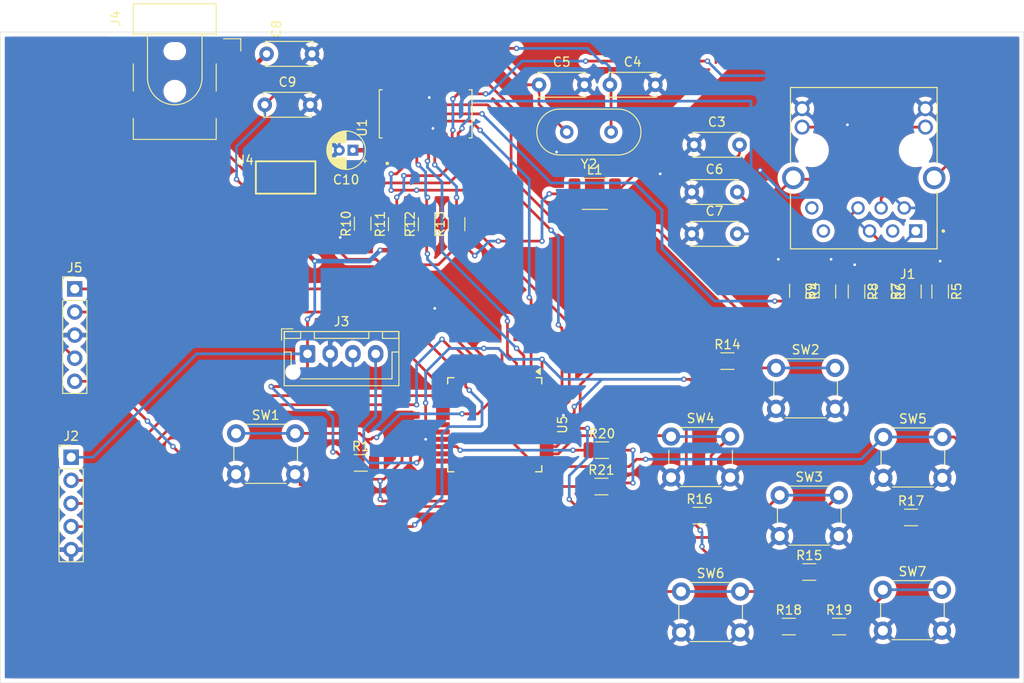
<source format=kicad_pcb>
(kicad_pcb (version 20240108) (generator "pcbnew") (generator_version "8.0")
  (layers (0 "F.Cu" signal) (31 "B.Cu" signal) (34 "B.Paste" user) (35 "F.Paste" user) (36 "B.SilkS" user "B.Silkscreen") (37 "F.SilkS" user "F.Silkscreen") (38 "B.Mask" user) (39 "F.Mask" user) (44 "Edge.Cuts" user))
  (net 0 "")
  (net 1 "GND")
  (net 2 "TCT")
  (net 3 "OSC2")
  (net 4 "OSC1")
  (net 5 "Net-(C7-Pad2)")
  (net 6 "6V")
  (net 7 "3.3V")
  (net 8 "Net-(U1-VCAP)")
  (net 9 "RCT")
  (net 10 "TDP")
  (net 11 "RDP")
  (net 14 "Net-(J1-Pad13)")
  (net 15 "RDN")
  (net 16 "Net-(J1-Pad11)")
  (net 17 "TDN")
  (net 18 "RXD")
  (net 19 "TXD")
  (net 20 "Reset_Lora")
  (net 21 "SCL")
  (net 22 "SDA")
  (net 23 "TXD_2")
  (net 24 "EN")
  (net 25 "RXD_2")
  (net 26 "boton")
  (net 27 "A")
  (net 28 "B")
  (net 29 "Net-(U1-RBIAS)")
  (net 30 "Net-(U1-~{RESET})")
  (net 31 "Net-(U1-SO)")
  (net 32 "MISO")
  (net 33 "PB1")
  (net 34 "boton_Up")
  (net 35 "boton_Down")
  (net 36 "boton_Left")
  (net 37 "boton_Right")
  (net 38 "boton_S1")
  (net 39 "boton_S2")
  (net 40 "+5V")
  (net 42 "PB2")
  (net 43 "MOSI")
  (net 44 "XTAL1")
  (net 45 "SCK")
  (footprint "Package_QFP:TQFP-44_10x10mm_P0.8mm" (layer "F.Cu") (at 84.6 68.8 -90)
    (property "Reference" "U5")
    (property "Value" "ATmega324P-20A")
  )
  (footprint "Resistor_SMD:R_1206_3216Metric" (layer "F.Cu") (at 122.4875 91)
    (property "Reference" "R19")
    (property "Value" "10k")
  )
  (footprint "Capacitor_THT:C_Disc_D5.0mm_W2.5mm_P5.00mm" (layer "F.Cu") (at 106.277401 47.8)
    (property "Reference" "C7")
    (property "Value" "1nf")
  )
  (footprint "Capacitor_THT:C_Disc_D5.0mm_W2.5mm_P5.00mm" (layer "F.Cu") (at 59.5 28)
    (property "Reference" "C8")
    (property "Value" "100nf")
  )
  (footprint "Resistor_SMD:R_1206_3216Metric" (layer "F.Cu") (at 96.4 71.6)
    (property "Reference" "R20")
    (property "Value" "1k")
  )
  (footprint "Capacitor_THT:C_Disc_D5.0mm_W2.5mm_P5.00mm" (layer "F.Cu") (at 97.27 31.4)
    (property "Reference" "C4")
    (property "Value" "18pf")
  )
  (footprint "Resistor_SMD:R_1206_3216Metric" (layer "F.Cu") (at 121.2 54.1375 90)
    (property "Reference" "R9")
    (property "Value" "50")
  )
  (footprint "Capacitor_THT:CP_Radial_D4.0mm_P1.50mm" (layer "F.Cu") (at 69 38.6 180)
    (property "Reference" "C10")
    (property "Value" "10uF")
  )
  (footprint "Resistor_SMD:R_1206_3216Metric" (layer "F.Cu") (at 77.11 46.7375 90)
    (property "Reference" "R12")
    (property "Value" "270")
  )
  (footprint "Resistor_SMD:R_1206_3216Metric" (layer "F.Cu") (at 117.95 54.0625 -90)
    (property "Reference" "R4")
    (property "Value" "270")
  )
  (footprint "Custom_Library:SOP65P780X200-28N" (layer "F.Cu") (at 77 34.6 90)
    (property "Reference" "U1")
    (property "Value" "ENC28J60_SS")
  )
  (footprint "Custom_Library:BEL_1-2250024-1" (layer "F.Cu") (at 125.2 38.6 180)
    (property "Reference" "J1")
    (property "Value" "1-2250024-1")
  )
  (footprint "Resistor_SMD:R_1206_3216Metric" (layer "F.Cu") (at 133.6 54.1375 -90)
    (property "Reference" "R5")
    (property "Value" "270")
  )
  (footprint "Resistor_SMD:R_1206_3216Metric" (layer "F.Cu") (at 110.2 61.8)
    (property "Reference" "R14")
    (property "Value" "10k")
  )
  (footprint "Connector_PinHeader_2.54mm:PinHeader_1x05_P2.54mm_Vertical" (layer "F.Cu") (at 38.4 53.86)
    (property "Reference" "J5")
    (property "Value" "Conn_01x05_Pin")
  )
  (footprint "Button_Switch_THT:SW_PUSH_6mm_H7.3mm" (layer "F.Cu") (at 115.55 62.55)
    (property "Reference" "SW2")
    (property "Value" "Switch_Editable")
  )
  (footprint "Resistor_SMD:R_1206_3216Metric" (layer "F.Cu") (at 119.2 85)
    (property "Reference" "R15")
    (property "Value" "10k")
  )
  (footprint "Resistor_SMD:R_1206_3216Metric" (layer "F.Cu") (at 69.8625 73)
    (property "Reference" "R1")
    (property "Value" "10k")
  )
  (footprint "Capacitor_THT:C_Disc_D5.0mm_W2.5mm_P5.00mm" (layer "F.Cu") (at 106.277401 43.2)
    (property "Reference" "C6")
    (property "Value" "10nf")
  )
  (footprint "Resistor_SMD:R_1206_3216Metric" (layer "F.Cu") (at 130.6 54.1375 90)
    (property "Reference" "R7")
    (property "Value" "50")
  )
  (footprint "Connector_JST:JST_XH_B4B-XH-AM_1x04_P2.50mm_Vertical" (layer "F.Cu") (at 64 61)
    (property "Reference" "J3")
    (property "Value" "Conn_01x04_Pin")
  )
  (footprint "Capacitor_THT:C_Disc_D5.0mm_W2.5mm_P5.00mm" (layer "F.Cu") (at 59.3 33.6)
    (property "Reference" "C9")
    (property "Value" "10uf")
  )
  (footprint "Button_Switch_THT:SW_PUSH_6mm_H7.3mm" (layer "F.Cu") (at 115.95 76.55)
    (property "Reference" "SW3")
    (property "Value" "Switch_Editable")
  )
  (footprint "Resistor_SMD:R_1206_3216Metric" (layer "F.Cu") (at 124.4 54.1375 -90)
    (property "Reference" "R8")
    (property "Value" "50")
  )
  (footprint "Button_Switch_THT:SW_PUSH_6mm_H7.3mm" (layer "F.Cu") (at 127.3 86.95)
    (property "Reference" "SW7")
    (property "Value" "Switch_Editable")
  )
  (footprint "Resistor_SMD:R_1206_3216Metric" (layer "F.Cu") (at 73.82 46.7375 90)
    (property "Reference" "R11")
    (property "Value" "10K")
  )
  (footprint "Connector_PinHeader_2.54mm:PinHeader_1x05_P2.54mm_Vertical" (layer "F.Cu") (at 38 72.38)
    (property "Reference" "J2")
    (property "Value" "Conn_01x05_Pin")
  )
  (footprint "Resistor_SMD:R_1206_3216Metric" (layer "F.Cu") (at 130.4 79)
    (property "Reference" "R17")
    (property "Value" "10k")
  )
  (footprint "Button_Switch_THT:SW_PUSH_6mm_H7.3mm" (layer "F.Cu") (at 104 70.1)
    (property "Reference" "SW4")
    (property "Value" "Switch_Editable")
  )
  (footprint "Button_Switch_THT:SW_PUSH_6mm_H7.3mm" (layer "F.Cu") (at 105.1 87.15)
    (property "Reference" "SW6")
    (property "Value" "Switch_Editable")
  )
  (footprint "Inductor_SMD:L_1812_4532Metric_Pad1.30x3.40mm_HandSolder" (layer "F.Cu") (at 95.6 43.4)
    (property "Reference" "L1")
    (property "Value" "L_Small")
  )
  (footprint "Connector_BarrelJack:BarrelJack_CLIFF_FC681465S_SMT_Horizontal" (layer "F.Cu") (at 49.4 30.6 -90)
    (property "Reference" "J4")
    (property "Value" "Conn_01x02_Pin")
  )
  (footprint "Button_Switch_THT:SW_PUSH_6mm_H7.3mm" (layer "F.Cu") (at 56.15 69.75)
    (property "Reference" "SW1")
    (property "Value" "Switch_Editable")
  )
  (footprint "Resistor_SMD:R_1206_3216Metric" (layer "F.Cu") (at 127.4 54.1375 -90)
    (property "Reference" "R6")
    (property "Value" "50")
  )
  (footprint "Resistor_SMD:R_1206_3216Metric" (layer "F.Cu") (at 96.3375 75.6)
    (property "Reference" "R21")
    (property "Value" "1k")
  )
  (footprint "Crystal:Crystal_HC49-4H_Vertical" (layer "F.Cu") (at 97.4 36.6 180)
    (property "Reference" "Y2")
    (property "Value" "25MHz")
  )
  (footprint "Resistor_SMD:R_1206_3216Metric" (layer "F.Cu") (at 116.95 91)
    (property "Reference" "R18")
    (property "Value" "10k")
  )
  (footprint "Capacitor_THT:C_Disc_D5.0mm_W2.5mm_P5.00mm" (layer "F.Cu") (at 89.47 31.4)
    (property "Reference" "C5")
    (property "Value" "18pf")
  )
  (footprint "Button_Switch_THT:SW_PUSH_6mm_H7.3mm" (layer "F.Cu") (at 127.35 70.15)
    (property "Reference" "SW5")
    (property "Value" "Switch_Editable")
  )
  (footprint "Custom_Library:SOT223" (layer "F.Cu") (at 61.6 41.6)
    (property "Reference" "U4")
    (property "Value" "LD1117AS33")
  )
  (footprint "Resistor_SMD:R_1206_3216Metric" (layer "F.Cu") (at 70.07 46.685 90)
    (property "Reference" "R10")
    (property "Value" "2.7K")
  )
  (footprint "Resistor_SMD:R_1206_3216Metric" (layer "F.Cu") (at 107.1375 78.8)
    (property "Reference" "R16")
    (property "Value" "10k")
  )
  (footprint "Capacitor_THT:C_Disc_D5.0mm_W2.5mm_P5.00mm" (layer "F.Cu") (at 106.530901 38)
    (property "Reference" "C3")
    (property "Value" "10nf")
  )
  (footprint "Resistor_SMD:R_1206_3216Metric" (layer "F.Cu") (at 80.4 46.7375 90)
    (property "Reference" "R13")
    (property "Value" "10K")
  )
  (gr_rect (start 30.2 25.6) (end 142.8 97.2) (stroke (width 0.05)) (fill none) (layer "Edge.Cuts"))
  (segment (start 68.8 36.2) (end 72.6 36.2) (width 0.3) (layer "F.Cu") (net 1))
  (segment (start 64.2 76.2) (end 63.4 75.4) (width 0.3) (layer "F.Cu") (net 1))
  (segment (start 77.6 75) (end 77.080761 75) (width 0.3) (layer "F.Cu") (net 1))
  (segment (start 83.4 61.4) (end 81.8 59.8) (width 0.3) (layer "F.Cu") (net 1))
  (segment (start 67.5 38.6) (end 67.5 37.5) (width 0.3) (layer "F.Cu") (net 1))
  (segment (start 84.6 63.1) (end 84.6 61.4) (width 0.3) (layer "F.Cu") (net 1))
  (segment (start 81.8 59.8) (end 78 56) (width 0.3) (layer "F.Cu") (net 1))
  (segment (start 84.6 74.5) (end 84.6 75.55) (width 0.3) (layer "F.Cu") (net 1))
  (segment (start 67.5 37.5) (end 68.8 36.2) (width 0.3) (layer "F.Cu") (net 1))
  (segment (start 77.325 32.725) (end 77.325 31.095) (width 0.3) (layer "F.Cu") (net 1))
  (segment (start 75.35 73.269239) (end 75.35 70.85) (width 0.3) (layer "F.Cu") (net 1))
  (segment (start 75.35 70.85) (end 76.6 69.6) (width 0.3) (layer "F.Cu") (net 1))
  (segment (start 63.4 75.4) (end 63.2 75.4) (width 0.3) (layer "F.Cu") (net 1))
  (segment (start 77.080761 75) (end 75.35 73.269239) (width 0.3) (layer "F.Cu") (net 1))
  (segment (start 72.6 36.2) (end 73.425 37.025) (width 0.3) (layer "F.Cu") (net 1))
  (segment (start 84.6 75.55) (end 83.95 76.2) (width 0.3) (layer "F.Cu") (net 1))
  (segment (start 84.6 61.4) (end 83.4 61.4) (width 0.3) (layer "F.Cu") (net 1))
  (segment (start 78.62 36.2) (end 77.8 36.2) (width 0.3) (layer "F.Cu") (net 1))
  (segment (start 73.425 37.025) (end 73.425 38.105) (width 0.3) (layer "F.Cu") (net 1))
  (segment (start 84.6 75.55) (end 84.55 75.6) (width 0.3) (layer "F.Cu") (net 1))
  (segment (start 91.10576 68.8) (end 92.15288 67.75288) (width 0.3) (layer "F.Cu") (net 1))
  (segment (start 79.275 36.855) (end 78.62 36.2) (width 0.3) (layer "F.Cu") (net 1))
  (segment (start 76.6 69.6) (end 78.9 69.6) (width 0.3) (layer "F.Cu") (net 1))
  (segment (start 64.3 28.2) (end 64.5 28) (width 0.5) (layer "F.Cu") (net 1))
  (segment (start 79.275 38.105) (end 79.275 36.855) (width 0.3) (layer "F.Cu") (net 1))
  (segment (start 63.2 75.4) (end 63.2 74.8) (width 0.3) (layer "F.Cu") (net 1))
  (segment (start 70.07 48.1475) (end 67.6525 48.1475) (width 0.3) (layer "F.Cu") (net 1))
  (segment (start 63.2 74.8) (end 62.65 74.25) (width 0.3) (layer "F.Cu") (net 1))
  (segment (start 67.6525 48.1475) (end 67.6 48.2) (width 0.3) (layer "F.Cu") (net 1))
  (segment (start 83.95 76.2) (end 64.2 76.2) (width 0.3) (layer "F.Cu") (net 1))
  (segment (start 78.2 75.6) (end 77.6 75) (width 0.3) (layer "F.Cu") (net 1))
  (segment (start 84.55 75.6) (end 78.2 75.6) (width 0.3) (layer "F.Cu") (net 1))
  (segment (start 77.4 32.8) (end 77.325 32.725) (width 0.3) (layer "F.Cu") (net 1))
  (segment (start 90.3 68.8) (end 91.10576 68.8) (width 0.3) (layer "F.Cu") (net 1))
  (via (at 67.6 48.2) (size 0.6) (drill 0.3) (layers "F.Cu" "B.Cu") (net 1))
  (via (at 77.4 32.8) (size 0.6) (drill 0.3) (layers "F.Cu" "B.Cu") (net 1))
  (via (at 92.15288 67.75288) (size 0.6) (drill 0.3) (layers "F.Cu" "B.Cu") (net 1))
  (via (at 77.8 36.2) (size 0.6) (drill 0.3) (layers "F.Cu" "B.Cu") (net 1))
  (via (at 78 56) (size 0.6) (drill 0.3) (layers "F.Cu" "B.Cu") (net 1))
  (segment (start 112.55 71.45) (end 102.25 71.45) (width 0.3) (layer "B.Cu") (net 1))
  (segment (start 74.6 52.6) (end 78 56) (width 0.3) (layer "B.Cu") (net 1))
  (segment (start 74.6 48.2) (end 74.6 52.6) (width 0.3) (layer "B.Cu") (net 1))
  (segment (start 115.55 67.05) (end 113 69.6) (width 0.3) (layer "B.Cu") (net 1))
  (segment (start 67.5 37.751472) (end 67.5 38.6) (width 0.3) (layer "B.Cu") (net 1))
  (segment (start 77.8 36.2) (end 77.8 33.2) (width 0.3) (layer "B.Cu") (net 1))
  (segment (start 77.8 36.2) (end 69.051472 36.2) (width 0.3) (layer "B.Cu") (net 1))
  (segment (start 67.6 48.2) (end 74.6 48.2) (width 0.3) (layer "B.Cu") (net 1))
  (segment (start 66.5 59.85) (end 66.5 61) (width 0.3) (layer "B.Cu") (net 1))
  (segment (start 113 71) (end 112.55 71.45) (width 0.3) (layer "B.Cu") (net 1))
  (segment (start 102.25 71.45) (end 98.55288 67.75288) (width 0.3) (layer "B.Cu") (net 1))
  (segment (start 113 69.6) (end 113 71) (width 0.3) (layer "B.Cu") (net 1))
  (segment (start 69.051472 36.2) (end 67.5 37.751472) (width 0.3) (layer "B.Cu") (net 1))
  (segment (start 77.8 33.2) (end 77.4 32.8) (width 0.3) (layer "B.Cu") (net 1))
  (segment (start 70.35 56) (end 66.5 59.85) (width 0.3) (layer "B.Cu") (net 1))
  (segment (start 98.55288 67.75288) (end 92.15288 67.75288) (width 0.3) (layer "B.Cu") (net 1))
  (segment (start 78 56) (end 70.35 56) (width 0.3) (layer "B.Cu") (net 1))
  (segment (start 127.8 54) (end 135.8 54) (width 0.3) (layer "F.Cu") (net 2))
  (segment (start 114.2 50.642956) (end 114.2 45.4) (width 0.3) (layer "F.Cu") (net 2))
  (segment (start 117.069544 53.5125) (end 114.2 50.642956) (width 0.3) (layer "F.Cu") (net 2))
  (segment (start 121.2 55.6) (end 119.1125 53.5125) (width 0.3) (layer "F.Cu") (net 2))
  (segment (start 136.2 53.6) (end 136.2 48) (width 0.3) (layer "F.Cu") (net 2))
  (segment (start 112.877401 44.8) (end 111.277401 43.2) (width 0.3) (layer "F.Cu") (net 2))
  (segment (start 127.4 54.4) (end 127.8 54) (width 0.3) (layer "F.Cu") (net 2))
  (segment (start 136.2 48) (end 131.4 43.2) (width 0.3) (layer "F.Cu") (net 2))
  (segment (start 135.8 54) (end 136.2 53.6) (width 0.3) (layer "F.Cu") (net 2))
  (segment (start 127.105 43.895) (end 127.105 44.95) (width 0.3) (layer "F.Cu") (net 2))
  (segment (start 100.825 40.4) (end 110.2 40.4) (width 0.3) (layer "F.Cu") (net 2))
  (segment (start 114.2 45.4) (end 113.6 44.8) (width 0.3) (layer "F.Cu") (net 2))
  (segment (start 127.4 55.6) (end 127.4 54.4) (width 0.3) (layer "F.Cu") (net 2))
  (segment (start 131.4 43.2) (end 127.8 43.2) (width 0.3) (layer "F.Cu") (net 2))
  (segment (start 97.825 43.4) (end 100.825 40.4) (width 0.3) (layer "F.Cu") (net 2))
  (segment (start 110.2 40.4) (end 111.530901 39.069099) (width 0.3) (layer "F.Cu") (net 2))
  (segment (start 127.8 43.2) (end 127.105 43.895) (width 0.3) (layer "F.Cu") (net 2))
  (segment (start 113.6 44.8) (end 112.877401 44.8) (width 0.3) (layer "F.Cu") (net 2))
  (segment (start 111.530901 39.069099) (end 111.530901 38) (width 0.3) (layer "F.Cu") (net 2))
  (segment (start 119.1125 53.5125) (end 117.069544 53.5125) (width 0.3) (layer "F.Cu") (net 2))
  (segment (start 121.2 55.6) (end 130.6 55.6) (width 0.3) (layer "F.Cu") (net 2))
  (segment (start 75.375 28.825) (end 75.375 31.095) (width 0.3) (layer "F.Cu") (net 3))
  (segment (start 97.4 36.6) (end 97.4 31.53) (width 0.3) (layer "F.Cu") (net 3))
  (segment (start 76.8 27.4) (end 75.375 28.825) (width 0.3) (layer "F.Cu") (net 3))
  (segment (start 97.4 31.53) (end 97.27 31.4) (width 0.3) (layer "F.Cu") (net 3))
  (segment (start 87 27.4) (end 76.8 27.4) (width 0.3) (layer "F.Cu") (net 3))
  (via (at 87 27.4) (size 0.6) (drill 0.3) (layers "F.Cu" "B.Cu") (net 3))
  (segment (start 97.27 31.4) (end 97.27 29.47) (width 0.3) (layer "B.Cu") (net 3))
  (segment (start 96.4 29) (end 94.8 27.4) (width 0.3) (layer "B.Cu") (net 3))
  (segment (start 96.8 29) (end 96.4 29) (width 0.3) (layer "B.Cu") (net 3))
  (segment (start 97.27 29.47) (end 96.8 29) (width 0.3) (layer "B.Cu") (net 3))
  (segment (start 94.8 27.4) (end 87 27.4) (width 0.3) (layer "B.Cu") (net 3))
  (segment (start 76.6 28.6) (end 76.025 29.175) (width 0.3) (layer "F.Cu") (net 4))
  (segment (start 89.47 31.4) (end 88 31.4) (width 0.3) (layer "F.Cu") (net 4))
  (segment (start 76.025 29.175) (end 76.025 31.095) (width 0.3) (layer "F.Cu") (net 4))
  (segment (start 88 31.4) (end 85.2 28.6) (width 0.3) (layer "F.Cu") (net 4))
  (segment (start 92.52 36.6) (end 89.47 33.55) (width 0.3) (layer "F.Cu") (net 4))
  (segment (start 85.2 28.6) (end 76.6 28.6) (width 0.3) (layer "F.Cu") (net 4))
  (segment (start 89.47 33.55) (end 89.47 31.4) (width 0.3) (layer "F.Cu") (net 4))
  (segment (start 117.455 41.65) (end 115.8 43.305) (width 0.3) (layer "F.Cu") (net 5))
  (segment (start 115.8 43.305) (end 115.8 50.6) (width 0.3) (layer "F.Cu") (net 5))
  (segment (start 117.605 41.8) (end 117.455 41.65) (width 0.3) (layer "F.Cu") (net 5))
  (segment (start 120.6 41.8) (end 117.605 41.8) (width 0.3) (layer "F.Cu") (net 5))
  (segment (start 134.8 31.6) (end 133.8 30.6) (width 0.3) (layer "F.Cu") (net 5))
  (segment (start 133.8 30.6) (end 131.8 30.6) (width 0.3) (layer "F.Cu") (net 5))
  (segment (start 131.8 30.6) (end 120.6 41.8) (width 0.3) (layer "F.Cu") (net 5))
  (segment (start 132.945 41.65) (end 134.8 39.795) (width 0.3) (layer "F.Cu") (net 5))
  (segment (start 134.8 39.795) (end 134.8 31.6) (width 0.3) (layer "F.Cu") (net 5))
  (via (at 115.8 50.6) (size 0.6) (drill 0.3) (layers "F.Cu" "B.Cu") (net 5))
  (segment (start 115.8 50.6) (end 113 47.8) (width 0.3) (layer "B.Cu") (net 5))
  (segment (start 113 47.8) (end 111.277401 47.8) (width 0.3) (layer "B.Cu") (net 5))
  (segment (start 35.2 39) (end 40.6 33.6) (width 0.3) (layer "F.Cu") (net 6))
  (segment (start 40.6 33.6) (end 43.9 33.6) (width 0.3) (layer "F.Cu") (net 6))
  (segment (start 50.02132 33.6) (end 53.42132 30.2) (width 0.5) (layer "F.Cu") (net 6))
  (segment (start 57.6 29.9) (end 59.5 28) (width 0.5) (layer "F.Cu") (net 6))
  (segment (start 49.8 33.6) (end 49.6 33.6) (width 0.3) (layer "F.Cu") (net 6))
  (segment (start 63.911 44.699) (end 63.911 42.911) (width 0.3) (layer "F.Cu") (net 6))
  (segment (start 38.4 61.48) (end 35.2 58.28) (width 0.3) (layer "F.Cu") (net 6))
  (segment (start 57.6 30.2) (end 57.6 29.9) (width 0.5) (layer "F.Cu") (net 6))
  (segment (start 63.911 42.911) (end 62.4 41.4) (width 0.3) (layer "F.Cu") (net 6))
  (segment (start 62.4 41.4) (end 57.6 41.4) (width 0.3) (layer "F.Cu") (net 6))
  (segment (start 49.6 33.6) (end 50.02132 33.6) (width 0.5) (layer "F.Cu") (net 6))
  (segment (start 53.42132 30.2) (end 57.6 30.2) (width 0.5) (layer "F.Cu") (net 6))
  (segment (start 35.2 58.28) (end 35.2 39) (width 0.3) (layer "F.Cu") (net 6))
  (segment (start 57.6 41.4) (end 49.8 33.6) (width 0.3) (layer "F.Cu") (net 6))
  (segment (start 43.9 33.6) (end 49.6 33.6) (width 0.5) (layer "F.Cu") (net 6))
  (segment (start 89.8 61.6) (end 89.8 63.6) (width 0.3) (layer "F.Cu") (net 7))
  (segment (start 108.7375 61.8) (end 106.4 64.1375) (width 0.3) (layer "F.Cu") (net 7))
  (segment (start 117.7375 85) (end 116.1375 83.4) (width 0.3) (layer "F.Cu") (net 7))
  (segment (start 76 68.8) (end 77 68.8) (width 0.3) (layer "F.Cu") (net 7))
  (segment (start 78.4 51.2) (end 74.8 51.2) (width 0.3) (layer "F.Cu") (net 7))
  (segment (start 83.75 77.2) (end 74 77.2) (width 0.3) (layer "F.Cu") (net 7))
  (segment (start 128.9375 80.6625) (end 123 86.6) (width 0.3) (layer "F.Cu") (net 7))
  (segment (start 106.4 64.1375) (end 106.4 64.6) (width 0.3) (layer "F.Cu") (net 7))
  (segment (start 107.2 80.325) (end 105.675 78.8) (width 0.3) (layer "F.Cu") (net 7))
  (segment (start 89.8 48.6) (end 85 48.6) (width 0.3) (layer "F.Cu") (net 7))
  (segment (start 119.425 92.6) (end 117.0875 92.6) (width 0.3) (layer "F.Cu") (net 7))
  (segment (start 74.4 72.8) (end 74.4 70.4) (width 0.3) (layer "F.Cu") (net 7))
  (segment (start 72.4 74.8) (end 74.4 72.8) (width 0.3) (layer "F.Cu") (net 7))
  (segment (start 93.35 67.475) (end 91.225 69.6) (width 0.3) (layer "F.Cu") (net 7))
  (segment (start 61.6 44.699) (end 61.6 47.6) (width 0.5) (layer "F.Cu") (net 7))
  (segment (start 116.1375 83.4) (end 108.4 83.4) (width 0.3) (layer "F.Cu") (net 7))
  (segment (start 129.6 77.2) (end 128.9375 77.8625) (width 0.3) (layer "F.Cu") (net 7))
  (segment (start 60.4 42.4) (end 61.6 43.6) (width 0.3) (layer "F.Cu") (net 7))
  (segment (start 62.505 31.095) (end 72.775 31.095) (width 0.3) (layer "F.Cu") (net 7))
  (segment (start 85.4 60.8) (end 85.4 63.1) (width 0.3) (layer "F.Cu") (net 7))
  (segment (start 121.025 91) (end 121.025 86.625) (width 0.3) (layer "F.Cu") (net 7))
  (segment (start 108.4 83.4) (end 107.4 82.4) (width 0.3) (layer "F.Cu") (net 7))
  (segment (start 72 49.6) (end 73.6 49.6) (width 0.5) (layer "F.Cu") (net 7))
  (segment (start 128.9375 77.8625) (end 128.9375 79) (width 0.3) (layer "F.Cu") (net 7))
  (segment (start 68.4 73) (end 70.2 74.8) (width 0.3) (layer "F.Cu") (net 7))
  (segment (start 87.8 68.15) (end 89.25 69.6) (width 0.3) (layer "F.Cu") (net 7))
  (segment (start 93.375 43.4) (end 90.6 43.4) (width 0.3) (layer "F.Cu") (net 7))
  (segment (start 73.6 49.2) (end 73.82 48.98) (width 0.3) (layer "F.Cu") (net 7))
  (segment (start 107.2 80.4) (end 107.2 80.325) (width 0.3) (layer "F.Cu") (net 7))
  (segment (start 64 61) (end 64 62.814214) (width 0.3) (layer "F.Cu") (net 7))
  (segment (start 89.8 63.6) (end 87.8 65.6) (width 0.3) (layer "F.Cu") (net 7))
  (segment (start 91.225 69.6) (end 90.3 69.6) (width 0.3) (layer "F.Cu") (net 7))
  (segment (start 61.6 47.6) (end 64.8 50.8) (width 0.5) (layer "F.Cu") (net 7))
  (segment (start 70.2 74.8) (end 72.4 74.8) (width 0.3) (layer "F.Cu") (net 7))
  (segment (start 121.025 91) (end 119.425 92.6) (width 0.3) (layer "F.Cu") (net 7))
  (segment (start 73.6 49.6) (end 73.6 49.2) (width 0.3) (layer "F.Cu") (net 7))
  (segment (start 80.4 48.2) (end 80.4 49.2) (width 0.3) (layer "F.Cu") (net 7))
  (segment (start 72.2 77.2) (end 72 77) (width 0.3) (layer "F.Cu") (net 7))
  (segment (start 56.2 41.8) (end 56.8 42.4) (width 0.3) (layer "F.Cu") (net 7))
  (segment (start 87.8 65.6) (end 87.8 68.15) (width 0.3) (layer "F.Cu") (net 7))
  (segment (start 77 68.8) (end 78.9 68.8) (width 0.3) (layer "F.Cu") (net 7))
  (segment (start 105.4 63.8) (end 106.0625 63.8) (width 0.3) (layer "F.Cu") (net 7))
  (segment (start 61.6 43.6) (end 61.6 44.699) (width 0.5) (layer "F.Cu") (net 7))
  (segment (start 89.25 69.6) (end 90.3 69.6) (width 0.3) (layer "F.Cu") (net 7))
  (segment (start 59.3 33.6) (end 61.5 31.4) (width 0.3) (layer "F.Cu") (net 7))
  (segment (start 64 62.814214) (end 62.214214 64.6) (width 0.3) (layer "F.Cu") (net 7))
  (segment (start 74.8 51.2) (end 73.6 50) (width 0.3) (layer "F.Cu") (net 7))
  (segment (start 83.4 60.4) (end 85 60.4) (width 0.3) (layer "F.Cu") (net 7))
  (segment (start 64 61) (end 64 57.2) (width 0.3) (layer "F.Cu") (net 7))
  (segment (start 93.35 66.8) (end 93.35 67.475) (width 0.3) (layer "F.Cu") (net 7))
  (segment (start 121 86.6) (end 119.2 86.6) (width 0.3) (layer "F.Cu") (net 7))
  (segment (start 67.2 71.8) (end 68.4 73) (width 0.3) (layer "F.Cu") (net 7))
  (segment (start 85.4 74.5) (end 85.4 75.55) (width 0.3) (layer "F.Cu") (net 7))
  (segment (start 73.6 50) (end 73.6 49.6) (width 0.3) (layer "F.Cu") (net 7))
  (segment (start 62.2 31.4) (end 62.505 31.095) (width 0.3) (layer "F.Cu") (net 7))
  (segment (start 74.4 70.4) (end 76 68.8) (width 0.3) (layer "F.Cu") (net 7))
  (segment (start 85 60.4) (end 85.4 60.8) (width 0.3) (layer "F.Cu") (net 7))
  (segment (start 121.025 86.625) (end 121 86.6) (width 0.3) (layer "F.Cu") (net 7))
  (segment (start 105.675 65.325) (end 105.675 78.8) (width 0.3) (layer "F.Cu") (net 7))
  (segment (start 106.0625 63.8) (end 106.4 64.1375) (width 0.3) (layer "F.Cu") (net 7))
  (segment (start 106.4 64.6) (end 105.675 65.325) (width 0.3) (layer "F.Cu") (net 7))
  (segment (start 119.2 86.6) (end 119.2 86.4625) (width 0.3) (layer "F.Cu") (net 7))
  (segment (start 85.4 75.55) (end 83.75 77.2) (width 0.3) (layer "F.Cu") (net 7))
  (segment (start 82.4 50.2) (end 80.4 48.2) (width 0.3) (layer "F.Cu") (net 7))
  (segment (start 62.214214 64.6) (end 60 64.6) (width 0.3) (layer "F.Cu") (net 7))
  (segment (start 80.4 49.2) (end 78.4 51.2) (width 0.3) (layer "F.Cu") (net 7))
  (segment (start 107.4 82.4) (end 107.4 82.2) (width 0.3) (layer "F.Cu") (net 7))
  (segment (start 119.2 86.4625) (end 117.7375 85) (width 0.3) (layer "F.Cu") (net 7))
  (segment (start 117.0875 92.6) (end 115.4875 91) (width 0.3) (layer "F.Cu") (net 7))
  (segment (start 77 66.4) (end 77 68.8) (width 0.3) (layer "F.Cu") (net 7))
  (segment (start 73.82 48.98) (end 73.82 48.2) (width 0.3) (layer "F.Cu") (net 7))
  (segment (start 128.9375 79) (end 128.9375 80.6625) (width 0.3) (layer "F.Cu") (net 7))
  (segment (start 61.5 31.4) (end 62.2 31.4) (width 0.3) (layer "F.Cu") (net 7))
  (segment (start 66.8 71.8) (end 67.2 71.8) (width 0.3) (layer "F.Cu") (net 7))
  (segment (start 56.8 42.4) (end 60.4 42.4) (width 0.3) (layer "F.Cu") (net 7))
  (segment (start 74 77.2) (end 72.2 77.2) (width 0.3) (layer "F.Cu") (net 7))
  (segment (start 123 86.6) (end 121 86.6) (width 0.3) (layer "F.Cu") (net 7))
  (via (at 72 77) (size 0.6) (drill 0.3) (layers "F.Cu" "B.Cu") (net 7))
  (via (at 56.2 41.8) (size 0.6) (drill 0.3) (layers "F.Cu" "B.Cu") (net 7))
  (via (at 64 57.2) (size 0.6) (drill 0.3) (layers "F.Cu" "B.Cu") (net 7))
  (via (at 85 48.6) (size 0.6) (drill 0.3) (layers "F.Cu" "B.Cu") (net 7))
  (via (at 64.8 50.8) (size 0.6) (drill 0.3) (layers "F.Cu" "B.Cu") (net 7))
  (via (at 66.8 71.8) (size 0.6) (drill 0.3) (layers "F.Cu" "B.Cu") (net 7))
  (via (at 72 75) (size 0.6) (drill 0.3) (layers "F.Cu" "B.Cu") (net 7))
  (via (at 72 49.6) (size 0.6) (drill 0.3) (layers "F.Cu" "B.Cu") (net 7))
  (via (at 90.6 43.4) (size 0.6) (drill 0.3) (layers "F.Cu" "B.Cu") (net 7))
  (via (at 107.4 82.2) (size 0.6) (drill 0.3) (layers "F.Cu" "B.Cu") (net 7))
  (via (at 89.8 61.6) (size 0.6) (drill 0.3) (layers "F.Cu" "B.Cu") (net 7))
  (via (at 60 64.6) (size 0.6) (drill 0.3) (layers "F.Cu" "B.Cu") (net 7))
  (via (at 107.2 80.4) (size 0.6) (drill 0.3) (layers "F.Cu" "B.Cu") (net 7))
  (via (at 82.4 50.2) (size 0.6) (drill 0.3) (layers "F.Cu" "B.Cu") (net 7))
  (via (at 93.35 66.8) (size 0.6) (drill 0.3) (layers "F.Cu" "B.Cu") (net 7))
  (via (at 89.8 48.6) (size 0.6) (drill 0.3) (layers "F.Cu" "B.Cu") (net 7))
  (via (at 105.4 63.8) (size 0.6) (drill 0.3) (layers "F.Cu" "B.Cu") (net 7))
  (via (at 77 66.4) (size 0.6) (drill 0.3) (layers "F.Cu" "B.Cu") (net 7))
  (via (at 83.4 60.4) (size 0.6) (drill 0.3) (layers "F.Cu" "B.Cu") (net 7))
  (segment (start 107.4 80.6) (end 107.2 80.4) (width 0.3) (layer "B.Cu") (net 7))
  (segment (start 62.6 67.2) (end 66 67.2) (width 0.3) (layer "B.Cu") (net 7))
  (segment (start 72 77) (end 72 75) (width 0.3) (layer "B.Cu") (net 7))
  (segment (start 79.6 60.4) (end 77 63) (width 0.3) (layer "B.Cu") (net 7))
  (segment (start 107.4 82.2) (end 107.4 80.6) (width 0.3) (layer "B.Cu") (net 7))
  (segment (start 89.8 44.2) (end 89.8 48.6) (width 0.3) (layer "B.Cu") (net 7))
  (segment (start 59.3 35.1) (end 56.2 38.2) (width 0.3) (layer "B.Cu") (net 7))
  (segment (start 84 48.6) (end 82.4 50.2) (width 0.3) (layer "B.Cu") (net 7))
  (segment (start 56.2 38.2) (end 56.2 41.8) (width 0.3) (layer "B.Cu") (net 7))
  (segment (start 59.3 33.6) (end 59.3 35.1) (width 0.3) (layer "B.Cu") (net 7))
  (segment (start 38 72.38) (end 40.42 72.38) (width 0.3) (layer "B.Cu") (net 7))
  (segment (start 66.8 68) (end 66.8 71.8) (width 0.3) (layer "B.Cu") (net 7))
  (segment (start 66 67.2) (end 66.8 68) (width 0.3) (layer "B.Cu") (net 7))
  (segment (start 96.4 63.8) (end 105.4 63.8) (width 0.3) (layer "B.Cu") (net 7))
  (segment (start 85 48.6) (end 84 48.6) (width 0.3) (layer "B.Cu") (net 7))
  (segment (start 93.35 66.8) (end 93.4 66.8) (width 0.3) (layer "B.Cu") (net 7))
  (segment (start 92 63.8) (end 89.8 61.6) (width 0.3) (layer "B.Cu") (net 7))
  (segment (start 60 64.6) (end 62.6 67.2) (width 0.3) (layer "B.Cu") (net 7))
  (segment (start 90.6 43.4) (end 89.8 44.2) (width 0.3) (layer "B.Cu") (net 7))
  (segment (start 51.8 61) (end 64 61) (width 0.3) (layer "B.Cu") (net 7))
  (segment (start 64 57.2) (end 64.8 56.4) (width 0.3) (layer "B.Cu") (net 7))
  (segment (start 85 60.4) (end 83.4 60.4) (width 0.3) (layer "B.Cu") (net 7))
  (segment (start 89.8 61.6) (end 86.2 61.6) (width 0.3) (layer "B.Cu") (net 7))
  (segment (start 64.8 56.4) (end 64.8 50.8) (width 0.3) (layer "B.Cu") (net 7))
  (segment (start 93.4 66.8) (end 96.4 63.8) (width 0.3) (layer "B.Cu") (net 7))
  (segment (start 86.2 61.6) (end 85 60.4) (width 0.3) (layer "B.Cu") (net 7))
  (segment (start 83.4 60.4) (end 79.6 60.4) (width 0.3) (layer "B.Cu") (net 7))
  (segment (start 70.8 50.8) (end 72 49.6) (width 0.5) (layer "B.Cu") (net 7))
  (segment (start 77 63) (end 77 66.4) (width 0.3) (layer "B.Cu") (net 7))
  (segment (start 96.4 63.8) (end 92 63.8) (width 0.3) (layer "B.Cu") (net 7))
  (segment (start 64.8 50.8) (end 70.8 50.8) (width 0.5) (layer "B.Cu") (net 7))
  (segment (start 40.42 72.38) (end 51.8 61) (width 0.3) (layer "B.Cu") (net 7))
  (segment (start 93.35 66.8) (end 93.35 66.85) (width 0.3) (layer "B.Cu") (net 7))
  (segment (start 69 38.6) (end 72.24 38.6) (width 0.5) (layer "F.Cu") (net 8))
  (segment (start 72.24 38.6) (end 72.735 38.105) (width 0.5) (layer "F.Cu") (net 8))
  (segment (start 91.4 38.8) (end 91.6 39) (width 0.3) (layer "F.Cu") (net 10))
  (segment (start 82 29.4) (end 91.4 38.8) (width 0.3) (layer "F.Cu") (net 10))
  (segment (start 113.4 41.2) (end 102.8 41.2) (width 0.3) (layer "F.Cu") (net 10))
  (segment (start 125.835 47.49) (end 130.6 52.255) (width 0.3) (layer "F.Cu") (net 10))
  (segment (start 79.925 29.845) (end 80.37 29.4) (width 0.3) (layer "F.Cu") (net 10))
  (segment (start 80.37 29.4) (end 82 29.4) (width 0.3) (layer "F.Cu") (net 10))
  (segment (start 113.8 40.8) (end 113.4 41.2) (width 0.3) (layer "F.Cu") (net 10))
  (segment (start 130.6 52.255) (end 130.6 52.675) (width 0.3) (layer "F.Cu") (net 10))
  (segment (start 79.925 31.095) (end 79.925 29.845) (width 0.3) (layer "F.Cu") (net 10))
  (via (at 91.4 38.8) (size 0.6) (drill 0.3) (layers "F.Cu" "B.Cu") (net 10))
  (via (at 102.8 41.2) (size 0.6) (drill 0.3) (layers "F.Cu" "B.Cu") (net 10))
  (via (at 113.8 40.8) (size 0.6) (drill 0.3) (layers "F.Cu" "B.Cu") (net 10))
  (segment (start 102.8 41.2) (end 93.8 41.2) (width 0.3) (layer "B.Cu") (net 10))
  (segment (start 121.874921 43.8) (end 116.8 43.8) (width 0.3) (layer "B.Cu") (net 10))
  (segment (start 125.835 47.49) (end 125.564921 47.49) (width 0.3) (layer "B.Cu") (net 10))
  (segment (start 116.8 43.8) (end 113.8 40.8) (width 0.3) (layer "B.Cu") (net 10))
  (segment (start 93.8 41.2) (end 91.4 38.8) (width 0.3) (layer "B.Cu") (net 10))
  (segment (start 125.564921 47.49) (end 121.874921 43.8) (width 0.3) (layer "B.Cu") (net 10))
  (segment (start 80.575 36.744239) (end 81 36.319239) (width 0.3) (layer "F.Cu") (net 11))
  (segment (start 81 36.319239) (end 81 36.2) (width 0.3) (layer "F.Cu") (net 11))
  (segment (start 80.575 38.105) (end 80.575 36.744239) (width 0.3) (layer "F.Cu") (net 11))
  (segment (start 121.6 50.6) (end 121.6 52.275) (width 0.3) (layer "F.Cu") (net 11))
  (segment (start 121.6 52.275) (end 121.2 52.675) (width 0.3) (layer "F.Cu") (net 11))
  (via (at 81 36.2) (size 0.6) (drill 0.3) (layers "F.Cu" "B.Cu") (net 11))
  (via (at 121.6 50.6) (size 0.6) (drill 0.3) (layers "F.Cu" "B.Cu") (net 11))
  (segment (start 112.8 33.2) (end 82 33.2) (width 0.3) (layer "B.Cu") (net 11))
  (segment (start 121.8 50.4) (end 121.6 50.6) (width 0.3) (layer "B.Cu") (net 11))
  (segment (start 81.8 33.4) (end 81.8 35.080761) (width 0.3) (layer "B.Cu") (net 11))
  (segment (start 81.8 35.080761) (end 81 35.880761) (width 0.3) (layer "B.Cu") (net 11))
  (segment (start 81 35.880761) (end 81 36.2) (width 0.3) (layer "B.Cu") (net 11))
  (segment (start 130.915 47.49) (end 128.005 50.4) (width 0.3) (layer "B.Cu") (net 11))
  (segment (start 128.005 50.4) (end 122.8 50.4) (width 0.3) (layer "B.Cu") (net 11))
  (segment (start 82 33.2) (end 81.8 33.4) (width 0.3) (layer "B.Cu") (net 11))
  (segment (start 112.8 41.8) (end 112.8 33.2) (width 0.3) (layer "B.Cu") (net 11))
  (segment (start 122.8 50.4) (end 121.8 50.4) (width 0.3) (layer "B.Cu") (net 11))
  (segment (start 121.6 50.6) (end 112.8 41.8) (width 0.3) (layer "B.Cu") (net 11))
  (segment (start 123.14 36.06) (end 118.42 36.06) (width 0.3) (layer "F.Cu") (net 14))
  (segment (start 123.4 35.8) (end 123.14 36.06) (width 0.3) (layer "F.Cu") (net 14))
  (segment (start 133.6 52.675) (end 133.6 50.8) (width 0.3) (layer "F.Cu") (net 14))
  (via (at 133.6 50.8) (size 0.6) (drill 0.3) (layers "F.Cu" "B.Cu") (net 14))
  (via (at 123.4 35.8) (size 0.6) (drill 0.3) (layers "F.Cu" "B.Cu") (net 14))
  (segment (start 133.6 46) (end 123.4 35.8) (width 0.3) (layer "B.Cu") (net 14))
  (segment (start 133.6 50.8) (end 133.6 46) (width 0.3) (layer "B.Cu") (net 14))
  (segment (start 80.64 32.4) (end 83.6 32.4) (width 0.3) (layer "F.Cu") (net 15))
  (segment (start 80.575 31.095) (end 80.575 32.335) (width 0.3) (layer "F.Cu") (net 15))
  (segment (start 79.925 36.475) (end 80 36.4) (width 0.3) (layer "F.Cu") (net 15))
  (segment (start 94.6 28.8) (end 108 28.8) (width 0.3) (layer "F.Cu") (net 15))
  (segment (start 80.575 32.375) (end 80.575 31.095) (width 0.3) (layer "F.Cu") (net 15))
  (segment (start 80 32.95) (end 80.575 32.375) (width 0.3) (layer "F.Cu") (net 15))
  (segment (start 124.2 51.2) (end 124.2 52.475) (width 0.3) (layer "F.Cu") (net 15))
  (segment (start 79.925 38.105) (end 79.925 36.475) (width 0.3) (layer "F.Cu") (net 15))
  (segment (start 124.2 52.475) (end 124.4 52.675) (width 0.3) (layer "F.Cu") (net 15))
  (segment (start 80.575 32.335) (end 80.64 32.4) (width 0.3) (layer "F.Cu") (net 15))
  (via (at 80 36.4) (size 0.6) (drill 0.3) (layers "F.Cu" "B.Cu") (net 15))
  (via (at 83.6 32.4) (size 0.6) (drill 0.3) (layers "F.Cu" "B.Cu") (net 15))
  (via (at 108 28.8) (size 0.6) (drill 0.3) (layers "F.Cu" "B.Cu") (net 15))
  (via (at 124.2 51.2) (size 0.6) (drill 0.3) (layers "F.Cu" "B.Cu") (net 15))
  (via (at 94.6 28.8) (size 0.6) (drill 0.3) (layers "F.Cu" "B.Cu") (net 15))
  (via (at 80 32.95) (size 0.6) (drill 0.3) (layers "F.Cu" "B.Cu") (net 15))
  (segment (start 132.6 46.2) (end 132.6 49.6) (width 0.3) (layer "B.Cu") (net 15))
  (segment (start 121.4 36.705) (end 129.645 44.95) (width 0.3) (layer "B.Cu") (net 15))
  (segment (start 84 32.4) (end 87.6 28.8) (width 0.3) (layer "B.Cu") (net 15))
  (segment (start 108 28.8) (end 109.6 30.4) (width 0.3) (layer "B.Cu") (net 15))
  (segment (start 131.35 44.95) (end 132.6 46.2) (width 0.3) (layer "B.Cu") (net 15))
  (segment (start 129.645 44.95) (end 131.35 44.95) (width 0.3) (layer "B.Cu") (net 15))
  (segment (start 109.6 30.4) (end 121 30.4) (width 0.3) (layer "B.Cu") (net 15))
  (segment (start 121 30.4) (end 121.4 30.8) (width 0.3) (layer "B.Cu") (net 15))
  (segment (start 132.6 49.6) (end 131 51.2) (width 0.3) (layer "B.Cu") (net 15))
  (segment (start 87.6 28.8) (end 94.6 28.8) (width 0.3) (layer "B.Cu") (net 15))
  (segment (start 121.4 30.8) (end 121.4 36.705) (width 0.3) (layer "B.Cu") (net 15))
  (segment (start 83.6 32.4) (end 84 32.4) (width 0.3) (layer "B.Cu") (net 15))
  (segment (start 80 32.95) (end 80 36.4) (width 0.3) (layer "B.Cu") (net 15))
  (segment (start 131 51.2) (end 124.2 51.2) (width 0.3) (layer "B.Cu") (net 15))
  (segment (start 131.98 36.06) (end 130.591218 36.06) (width 0.3) (layer "F.Cu") (net 16))
  (segment (start 122.4 49.4) (end 120.4 49.4) (width 0.3) (layer "F.Cu") (net 16))
  (segment (start 122.8 43.851218) (end 122.8 49) (width 0.3) (layer "F.Cu") (net 16))
  (segment (start 130.591218 36.06) (end 122.8 43.851218) (width 0.3) (layer "F.Cu") (net 16))
  (segment (start 120.4 49.4) (end 117.95 51.85) (width 0.3) (layer "F.Cu") (net 16))
  (segment (start 122.8 49) (end 122.4 49.4) (width 0.3) (layer "F.Cu") (net 16))
  (segment (start 117.95 51.85) (end 117.95 52.6) (width 0.3) (layer "F.Cu") (net 16))
  (segment (start 123.8 45.715) (end 124.565 44.95) (width 0.3) (layer "F.Cu") (net 17))
  (segment (start 127.4 52.675) (end 123.8 49.075) (width 0.3) (layer "F.Cu") (net 17))
  (segment (start 123.8 49.075) (end 123.8 45.715) (width 0.3) (layer "F.Cu") (net 17))
  (segment (start 40.54 77.46) (end 51.2 66.8) (width 0.3) (layer "F.Cu") (net 18))
  (segment (start 82.2 62.2) (end 82.2 63.1) (width 0.3) (layer "F.Cu") (net 18))
  (segment (start 79.8 60.4) (end 80.4 60.4) (width 0.3) (layer "F.Cu") (net 18))
  (segment (start 78.8 59.4) (end 79.8 60.4) (width 0.3) (layer "F.Cu") (net 18))
  (segment (start 38 77.46) (end 40.54 77.46) (width 0.3) (layer "F.Cu") (net 18))
  (segment (start 51.2 66.8) (end 51.4 66.6) (width 0.3) (layer "F.Cu") (net 18))
  (segment (start 51.4 66.6) (end 76 66.6) (width 0.3) (layer "F.Cu") (net 18))
  (segment (start 80.4 60.4) (end 82.2 62.2) (width 0.3) (layer "F.Cu") (net 18))
  (via (at 78.8 59.4) (size 0.6) (drill 0.3) (layers "F.Cu" "B.Cu") (net 18))
  (via (at 76 66.6) (size 0.6) (drill 0.3) (layers "F.Cu" "B.Cu") (net 18))
  (segment (start 76 66.6) (end 76 62.2) (width 0.3) (layer "B.Cu") (net 18))
  (segment (start 76 62.2) (end 78.8 59.4) (width 0.3) (layer "B.Cu") (net 18))
  (segment (start 75.6 80) (end 75.8 79.8) (width 0.3) (layer "F.Cu") (net 19))
  (segment (start 81.8 65) (end 81.4 64.6) (width 0.3) (layer "F.Cu") (net 19))
  (segment (start 38 80) (end 75.6 80) (width 0.3) (layer "F.Cu") (net 19))
  (segment (start 81.4 64.6) (end 81.4 63.1) (width 0.3) (layer "F.Cu") (net 19))
  (via (at 81.8 65) (size 0.6) (drill 0.3) (layers "F.Cu" "B.Cu") (net 19))
  (via (at 75.8 79.8) (size 0.6) (drill 0.3) (layers "F.Cu" "B.Cu") (net 19))
  (segment (start 83.2 66.4) (end 81.8 65) (width 0.3) (layer "B.Cu") (net 19))
  (segment (start 83 69) (end 83.2 68.8) (width 0.3) (layer "B.Cu") (net 19))
  (segment (start 78.8 76.8) (end 78.8 69.8) (width 0.3) (layer "B.Cu") (net 19))
  (segment (start 83.2 68.8) (end 83.2 66.4) (width 0.3) (layer "B.Cu") (net 19))
  (segment (start 78.8 69.8) (end 79.6 69) (width 0.3) (layer "B.Cu") (net 19))
  (segment (start 79.6 69) (end 83 69) (width 0.3) (layer "B.Cu") (net 19))
  (segment (start 75.8 79.8) (end 78.8 76.8) (width 0.3) (layer "B.Cu") (net 19))
  (segment (start 41.28 74.92) (end 50.6 65.6) (width 0.3) (layer "F.Cu") (net 20))
  (segment (start 50.6 65.6) (end 78.9 65.6) (width 0.3) (layer "F.Cu") (net 20))
  (segment (start 38 74.92) (end 41.28 74.92) (width 0.3) (layer "F.Cu") (net 20))
  (segment (start 91.425 75.6) (end 86.225 70.4) (width 0.3) (layer "F.Cu") (net 21))
  (segment (start 86.225 70.4) (end 78.9 70.4) (width 0.3) (layer "F.Cu") (net 21))
  (segment (start 94.875 75.6) (end 91.425 75.6) (width 0.3) (layer "F.Cu") (net 21))
  (segment (start 77 70.4) (end 78.9 70.4) (width 0.3) (layer "F.Cu") (net 21))
  (via (at 77 70.4) (size 0.6) (drill 0.3) (layers "F.Cu" "B.Cu") (net 21))
  (segment (start 77 73.8) (end 77 70.4) (width 0.3) (layer "B.Cu") (net 21))
  (segment (start 76.8 74) (end 77 73.8) (width 0.3) (layer "B.Cu") (net 21))
  (segment (start 69 61) (end 69 71.907106) (width 0.3) (layer "B.Cu") (net 21))
  (segment (start 71.092894 74) (end 76.8 74) (width 0.3) (layer "B.Cu") (net 21))
  (segment (start 69 71.907106) (end 71.092894 74) (width 0.3) (layer "B.Cu") (net 21))
  (segment (start 77 71.2) (end 78.9 71.2) (width 0.3) (layer "F.Cu") (net 22))
  (segment (start 80.4 71.2) (end 78.9 71.2) (width 0.3) (layer "F.Cu") (net 22))
  (segment (start 76.4 72.6) (end 76.4 71.8) (width 0.3) (layer "F.Cu") (net 22))
  (segment (start 76 73) (end 76.4 72.6) (width 0.3) (layer "F.Cu") (net 22))
  (segment (start 76.4 71.8) (end 77 71.2) (width 0.3) (layer "F.Cu") (net 22))
  (segment (start 80.8 71.6) (end 80.4 71.2) (width 0.3) (layer "F.Cu") (net 22))
  (segment (start 94.9375 71.6) (end 93.2 71.6) (width 0.3) (layer "F.Cu") (net 22))
  (via (at 93.2 71.6) (size 0.6) (drill 0.3) (layers "F.Cu" "B.Cu") (net 22))
  (via (at 80.8 71.6) (size 0.6) (drill 0.3) (layers "F.Cu" "B.Cu") (net 22))
  (via (at 76 73) (size 0.6) (drill 0.3) (layers "F.Cu" "B.Cu") (net 22))
  (segment (start 70.2 72.4) (end 70.8 73) (width 0.3) (layer "B.Cu") (net 22))
  (segment (start 71.5 67.9) (end 70.2 69.2) (width 0.3) (layer "B.Cu") (net 22))
  (segment (start 93.2 71.6) (end 80.8 71.6) (width 0.3) (layer "B.Cu") (net 22))
  (segment (start 70.8 73) (end 76 73) (width 0.3) (layer "B.Cu") (net 22))
  (segment (start 71.5 61) (end 71.5 67.9) (width 0.3) (layer "B.Cu") (net 22))
  (segment (start 70.2 69.2) (end 70.2 72.4) (width 0.3) (layer "B.Cu") (net 22))
  (segment (start 38.4 56.4) (end 70.5 56.4) (width 0.3) (layer "F.Cu") (net 23))
  (segment (start 70.5 56.4) (end 78.9 64.8) (width 0.3) (layer "F.Cu") (net 23))
  (segment (start 46.4 68.4) (end 42.02 64.02) (width 0.3) (layer "F.Cu") (net 24))
  (segment (start 55.8 77.8) (end 49.2 71.2) (width 0.3) (layer "F.Cu") (net 24))
  (segment (start 42.02 64.02) (end 38.4 64.02) (width 0.3) (layer "F.Cu") (net 24))
  (segment (start 84.75 77.8) (end 55.8 77.8) (width 0.3) (layer "F.Cu") (net 24))
  (segment (start 87 74.5) (end 87 75.55) (width 0.3) (layer "F.Cu") (net 24))
  (segment (start 87 75.55) (end 84.75 77.8) (width 0.3) (layer "F.Cu") (net 24))
  (via (at 49.2 71.2) (size 0.6) (drill 0.3) (layers "F.Cu" "B.Cu") (net 24))
  (via (at 46.4 68.4) (size 0.6) (drill 0.3) (layers "F.Cu" "B.Cu") (net 24))
  (segment (start 49.2 71.2) (end 46.4 68.4) (width 0.3) (layer "B.Cu") (net 24))
  (segment (start 38.4 53.86) (end 71.36 53.86) (width 0.3) (layer "F.Cu") (net 25))
  (segment (start 71.36 53.86) (end 80.6 63.1) (width 0.3) (layer "F.Cu") (net 25))
  (segment (start 71.325 71.325) (end 71.325 73) (width 0.3) (layer "F.Cu") (net 26))
  (segment (start 71.6 70.2) (end 71.2 70.2) (width 0.3) (layer "F.Cu") (net 26))
  (segment (start 62.65 69.75) (end 69.75 69.75) (width 0.3) (layer "F.Cu") (net 26))
  (segment (start 69.75 69.75) (end 70.4 70.4) (width 0.3) (layer "F.Cu") (net 26))
  (segment (start 86.2 64.15) (end 82.75 67.6) (width 0.3) (layer "F.Cu") (net 26))
  (segment (start 82.75 67.6) (end 81 67.6) (width 0.3) (layer "F.Cu") (net 26))
  (segment (start 86.2 63.1) (end 86.2 64.15) (width 0.3) (layer "F.Cu") (net 26))
  (segment (start 70.4 70.4) (end 71.325 71.325) (width 0.3) (layer "F.Cu") (net 26))
  (segment (start 71.2 70.2) (end 71 70.4) (width 0.3) (layer "F.Cu") (net 26))
  (segment (start 71 70.4) (end 70.4 70.4) (width 0.3) (layer "F.Cu") (net 26))
  (via (at 81 67.6) (size 0.6) (drill 0.3) (layers "F.Cu" "B.Cu") (net 26))
  (via (at 71.6 70.2) (size 0.6) (drill 0.3) (layers "F.Cu" "B.Cu") (net 26))
  (segment (start 74.2 67.6) (end 71.6 70.2) (width 0.3) (layer "B.Cu") (net 26))
  (segment (start 62.65 69.75) (end 56.15 69.75) (width 0.3) (layer "B.Cu") (net 26))
  (segment (start 81 67.6) (end 74.2 67.6) (width 0.3) (layer "B.Cu") (net 26))
  (segment (start 117.625 55.2) (end 117.95 55.525) (width 0.3) (layer "F.Cu") (net 27))
  (segment (start 73.425 32.345) (end 75.68 34.6) (width 0.3) (layer "F.Cu") (net 27))
  (segment (start 73.425 31.095) (end 73.425 32.345) (width 0.3) (layer "F.Cu") (net 27))
  (segment (start 75.68 34.6) (end 83.2 34.6) (width 0.3) (layer "F.Cu") (net 27))
  (segment (start 115.4 55.2) (end 117.625 55.2) (width 0.3) (layer "F.Cu") (net 27))
  (via (at 115.4 55.2) (size 0.6) (drill 0.3) (layers "F.Cu" "B.Cu") (net 27))
  (via (at 83.2 34.6) (size 0.6) (drill 0.3) (layers "F.Cu" "B.Cu") (net 27))
  (segment (start 100 42.2) (end 103 45.2) (width 0.3) (layer "B.Cu") (net 27))
  (segment (start 103 49.4) (end 108.8 55.2) (width 0.3) (layer "B.Cu") (net 27))
  (segment (start 103 45.2) (end 103 49.4) (width 0.3) (layer "B.Cu") (net 27))
  (segment (start 90.8 42.2) (end 100 42.2) (width 0.3) (layer "B.Cu") (net 27))
  (segment (start 108.8 55.2) (end 115.4 55.2) (width 0.3) (layer "B.Cu") (net 27))
  (segment (start 83.2 34.6) (end 90.8 42.2) (width 0.3) (layer "B.Cu") (net 27))
  (segment (start 74.075 32.275) (end 74.075 31.095) (width 0.3) (layer "F.Cu") (net 28))
  (segment (start 92.2 47.4) (end 86.4 41.6) (width 0.3) (layer "F.Cu") (net 28))
  (segment (start 133.4 57) (end 112.2 57) (width 0.3) (layer "F.Cu") (net 28))
  (segment (start 112.2 57) (end 102.6 47.4) (width 0.3) (layer "F.Cu") (net 28))
  (segment (start 133.6 55.6) (end 133.6 56.8) (width 0.3) (layer "F.Cu") (net 28))
  (segment (start 102.6 47.4) (end 92.2 47.4) (width 0.3) (layer "F.Cu") (net 28))
  (segment (start 86.4 41.6) (end 86.4 36.2) (width 0.3) (layer "F.Cu") (net 28))
  (segment (start 83.8 33.6) (end 75.4 33.6) (width 0.3) (layer "F.Cu") (net 28))
  (segment (start 133.6 56.8) (end 133.4 57) (width 0.3) (layer "F.Cu") (net 28))
  (segment (start 75.4 33.6) (end 74.075 32.275) (width 0.3) (layer "F.Cu") (net 28))
  (segment (start 86.4 36.2) (end 83.8 33.6) (width 0.3) (layer "F.Cu") (net 28))
  (segment (start 81.225 40.575) (end 81.225 38.105) (width 0.3) (layer "F.Cu") (net 29))
  (segment (start 70.07 45.2225) (end 70.07 43.73) (width 0.3) (layer "F.Cu") (net 29))
  (segment (start 70.07 43.73) (end 71.6 42.2) (width 0.3) (layer "F.Cu") (net 29))
  (segment (start 71.6 42.2) (end 79.6 42.2) (width 0.3) (layer "F.Cu") (net 29))
  (segment (start 79.6 42.2) (end 81.225 40.575) (width 0.3) (layer "F.Cu") (net 29))
  (segment (start 78.625 39.355) (end 79.3 40.03) (width 0.3) (layer "F.Cu") (net 30))
  (segment (start 78.625 38.105) (end 78.625 39.355) (width 0.3) (layer "F.Cu") (net 30))
  (segment (start 79.3 40.03) (end 79.3 40.7) (width 0.3) (layer "F.Cu") (net 30))
  (segment (start 74.6 41.4) (end 78.6 41.4) (width 0.3) (layer "F.Cu") (net 30))
  (segment (start 78.6 41.4) (end 79.3 40.7) (width 0.3) (layer "F.Cu") (net 30))
  (segment (start 73.82 43.78) (end 73.82 45.275) (width 0.3) (layer "F.Cu") (net 30))
  (via (at 74.6 41.4) (size 0.6) (drill 0.3) (layers "F.Cu" "B.Cu") (net 30))
  (via (at 73.82 43.78) (size 0.6) (drill 0.3) (layers "F.Cu" "B.Cu") (net 30))
  (segment (start 73.82 43.78) (end 74.6 43) (width 0.3) (layer "B.Cu") (net 30))
  (segment (start 74.6 43) (end 74.6 41.4) (width 0.3) (layer "B.Cu") (net 30))
  (segment (start 76.2 40.2) (end 76.025 40.025) (width 0.3) (layer "F.Cu") (net 31))
  (segment (start 77.11 45.275) (end 77.11 43.89) (width 0.3) (layer "F.Cu") (net 31))
  (segment (start 76.025 40.025) (end 76.025 38.105) (width 0.3) (layer "F.Cu") (net 31))
  (segment (start 77.11 43.89) (end 77.2 43.8) (width 0.3) (layer "F.Cu") (net 31))
  (via (at 76.2 40.2) (size 0.6) (drill 0.3) (layers "F.Cu" "B.Cu") (net 31))
  (via (at 77.2 43.8) (size 0.6) (drill 0.3) (layers "F.Cu" "B.Cu") (net 31))
  (segment (start 77 41) (end 76.2 40.2) (width 0.3) (layer "B.Cu") (net 31))
  (segment (start 77 43.6) (end 77 41) (width 0.3) (layer "B.Cu") (net 31))
  (segment (start 77.2 43.8) (end 77 43.6) (width 0.3) (layer "B.Cu") (net 31))
  (segment (start 87.8 61.2) (end 87.8 63.1) (width 0.3) (layer "F.Cu") (net 32))
  (segment (start 77.11 49.91) (end 77.2 50) (width 0.3) (layer "F.Cu") (net 32))
  (segment (start 77.11 48.2) (end 77.11 49.91) (width 0.3) (layer "F.Cu") (net 32))
  (segment (start 87 60.4) (end 87.8 61.2) (width 0.3) (layer "F.Cu") (net 32))
  (via (at 87 60.4) (size 0.6) (drill 0.3) (layers "F.Cu" "B.Cu") (net 32))
  (via (at 77.2 50) (size 0.6) (drill 0.3) (layers "F.Cu" "B.Cu") (net 32))
  (segment (start 87 60.4) (end 77.2 50.6) (width 0.3) (layer "B.Cu") (net 32))
  (segment (start 77.2 50.6) (end 77.2 50) (width 0.3) (layer "B.Cu") (net 32))
  (segment (start 80.4 45.275) (end 92.8 57.675) (width 0.3) (layer "F.Cu") (net 33))
  (segment (start 92.8 66.2) (end 91.8 67.2) (width 0.3) (layer "F.Cu") (net 33))
  (segment (start 92.8 57.675) (end 92.8 66.2) (width 0.3) (layer "F.Cu") (net 33))
  (segment (start 78 40.2) (end 78 38.13) (width 0.3) (layer "F.Cu") (net 33))
  (segment (start 80.4 45.275) (end 80.4 43.8) (width 0.3) (layer "F.Cu") (net 33))
  (segment (start 78 38.13) (end 77.975 38.105) (width 0.3) (layer "F.Cu") (net 33))
  (segment (start 91.8 67.2) (end 90.3 67.2) (width 0.3) (layer "F.Cu") (net 33))
  (via (at 78 40.2) (size 0.6) (drill 0.3) (layers "F.Cu" "B.Cu") (net 33))
  (via (at 80.4 43.8) (size 0.6) (drill 0.3) (layers "F.Cu" "B.Cu") (net 33))
  (segment (start 80.4 42.6) (end 78 40.2) (width 0.3) (layer "B.Cu") (net 33))
  (segment (start 80.4 43.8) (end 80.4 42.6) (width 0.3) (layer "B.Cu") (net 33))
  (segment (start 91.225 70.4) (end 90.3 70.4) (width 0.3) (layer "F.Cu") (net 34))
  (segment (start 112.4125 62.55) (end 115.55 62.55) (width 0.3) (layer "F.Cu") (net 34))
  (segment (start 111.6625 61.8) (end 112.4125 62.55) (width 0.3) (layer "F.Cu") (net 34))
  (segment (start 94 67.625) (end 91.225 70.4) (width 0.3) (layer "F.Cu") (net 34))
  (segment (start 110.6 59.8) (end 98.6 59.8) (width 0.3) (layer "F.Cu") (net 34))
  (segment (start 94 64.4) (end 94 67.625) (width 0.3) (layer "F.Cu") (net 34))
  (segment (start 111.6625 61.8) (end 111.6625 60.8625) (width 0.3) (layer "F.Cu") (net 34))
  (segment (start 111.6625 60.8625) (end 110.6 59.8) (width 0.3) (layer "F.Cu") (net 34))
  (segment (start 98.6 59.8) (end 94 64.4) (width 0.3) (layer "F.Cu") (net 34))
  (segment (start 122.05 62.55) (end 115.55 62.55) (width 0.3) (layer "B.Cu") (net 34))
  (segment (start 112.475 80.025) (end 112.175 80.025) (width 0.3) (layer "F.Cu") (net 35))
  (segment (start 111 81.2) (end 97 81.2) (width 0.3) (layer "F.Cu") (net 35))
  (segment (start 112.175 80.025) (end 111 81.2) (width 0.3) (layer "F.Cu") (net 35))
  (segment (start 120.6 79.4) (end 120.6625 79.4625) (width 0.3) (layer "F.Cu") (net 35))
  (segment (start 97 81.2) (end 92.8 77) (width 0.3) (layer "F.Cu") (net 35))
  (segment (start 122.45 76.55) (end 120.6 78.4) (width 0.3) (layer "F.Cu") (net 35))
  (segment (start 91.4 71.2) (end 90.3 71.2) (width 0.3) (layer "F.Cu") (net 35))
  (segment (start 93.4 69.2) (end 91.4 71.2) (width 0.3) (layer "F.Cu") (net 35))
  (segment (start 94.8 69.2) (end 93.4 69.2) (width 0.3) (layer "F.Cu") (net 35))
  (segment (start 120.6 78.4) (end 120.6 79.4) (width 0.3) (layer "F.Cu") (net 35))
  (segment (start 115.95 76.55) (end 112.475 80.025) (width 0.3) (layer "F.Cu") (net 35))
  (segment (start 120.6625 79.4625) (end 120.6625 85) (width 0.3) (layer "F.Cu") (net 35))
  (via (at 92.8 77) (size 0.6) (drill 0.3) (layers "F.Cu" "B.Cu") (net 35))
  (via (at 94.8 69.2) (size 0.6) (drill 0.3) (layers "F.Cu" "B.Cu") (net 35))
  (segment (start 92.8 74.4) (end 94.8 72.4) (width 0.3) (layer "B.Cu") (net 35))
  (segment (start 94.8 72.4) (end 94.8 69.2) (width 0.3) (layer "B.Cu") (net 35))
  (segment (start 115.95 76.55) (end 122.45 76.55) (width 0.3) (layer "B.Cu") (net 35))
  (segment (start 92.8 77) (end 92.8 74.4) (width 0.3) (layer "B.Cu") (net 35))
  (segment (start 108.4 72.2) (end 108.4 73.4) (width 0.3) (layer "F.Cu") (net 36))
  (segment (start 108.4 73.4) (end 108.6 73.6) (width 0.3) (layer "F.Cu") (net 36))
  (segment (start 93.6 70) (end 91.6 72) (width 0.3) (layer "F.Cu") (net 36))
  (segment (start 104 70.1) (end 103.9 70) (width 0.3) (layer "F.Cu") (net 36))
  (segment (start 108.6 73.6) (end 108.6 78.8) (width 0.3) (layer "F.Cu") (net 36))
  (segment (start 110.5 70.1) (end 108.4 72.2) (width 0.3) (layer "F.Cu") (net 36))
  (segment (start 103.9 70) (end 93.6 70) (width 0.3) (layer "F.Cu") (net 36))
  (segment (start 91.6 72) (end 90.3 72) (width 0.3) (layer "F.Cu") (net 36))
  (segment (start 110.5 70.1) (end 104 70.1) (width 0.3) (layer "B.Cu") (net 36))
  (segment (start 101.2 72.6) (end 100.2 72.6) (width 0.3) (layer "F.Cu") (net 37))
  (segment (start 131.8625 79) (end 135.2 79) (width 0.3) (layer "F.Cu") (net 37))
  (segment (start 135.2 79) (end 136.2 78) (width 0.3) (layer "F.Cu") (net 37))
  (segment (start 99.4 73.4) (end 90.9 73.4) (width 0.3) (layer "F.Cu") (net 37))
  (segment (start 100.2 72.6) (end 99.4 73.4) (width 0.3) (layer "F.Cu") (net 37))
  (segment (start 90.9 73.4) (end 90.3 72.8) (width 0.3) (layer "F.Cu") (net 37))
  (segment (start 135.15 70.15) (end 133.85 70.15) (width 0.3) (layer "F.Cu") (net 37))
  (segment (start 136.2 71.2) (end 135.15 70.15) (width 0.3) (layer "F.Cu") (net 37))
  (segment (start 136.2 78) (end 136.2 71.2) (width 0.3) (layer "F.Cu") (net 37))
  (via (at 101.2 72.6) (size 0.6) (drill 0.3) (layers "F.Cu" "B.Cu") (net 37))
  (segment (start 124.9 72.6) (end 101.2 72.6) (width 0.3) (layer "B.Cu") (net 37))
  (segment (start 133.85 70.15) (end 127.35 70.15) (width 0.3) (layer "B.Cu") (net 37))
  (segment (start 127.35 70.15) (end 124.9 72.6) (width 0.3) (layer "B.Cu") (net 37))
  (segment (start 118.4125 91) (end 114.5625 87.15) (width 0.3) (layer "F.Cu") (net 38))
  (segment (start 105.1 87.15) (end 101.25 87.15) (width 0.3) (layer "F.Cu") (net 38))
  (segment (start 114.5625 87.15) (end 111.6 87.15) (width 0.3) (layer "F.Cu") (net 38))
  (segment (start 101.25 87.15) (end 88.6 74.5) (width 0.3) (layer "F.Cu") (net 38))
  (segment (start 105.1 87.15) (end 111.6 87.15) (width 0.3) (layer "B.Cu") (net 38))
  (segment (start 120.75 94.2) (end 103.6 94.2) (width 0.3) (layer "F.Cu") (net 39))
  (segment (start 87.8 78.4) (end 87.8 74.5) (width 0.3) (layer "F.Cu") (net 39))
  (segment (start 123.95 91) (end 120.75 94.2) (width 0.3) (layer "F.Cu") (net 39))
  (segment (start 127.3 87.65) (end 127.3 86.95) (width 0.3) (layer "F.Cu") (net 39))
  (segment (start 103.6 94.2) (end 87.8 78.4) (width 0.3) (layer "F.Cu") (net 39))
  (segment (start 123.95 91) (end 127.3 87.65) (width 0.3) (layer "F.Cu") (net 39))
  (segment (start 127.3 86.95) (end 133.8 86.95) (width 0.3) (layer "B.Cu") (net 39))
  (segment (start 98.2 75.2) (end 97.8 75.6) (width 0.3) (layer "F.Cu") (net 40))
  (segment (start 97.8625 71.6) (end 99.8 71.6) (width 0.3) (layer "F.Cu") (net 40))
  (segment (start 99.8 75.2) (end 98.2 75.2) (width 0.3) (layer "F.Cu") (net 40))
  (via (at 99.8 71.6) (size 0.6) (drill 0.3) (layers "F.Cu" "B.Cu") (net 40))
  (via (at 99.8 75.2) (size 0.6) (drill 0.3) (layers "F.Cu" "B.Cu") (net 40))
  (segment (start 99.8 71.6) (end 99.8 75.2) (width 0.3) (layer "B.Cu") (net 40))
  (segment (start 92 65.8) (end 92 58.2) (width 0.3) (layer "F.Cu") (net 42))
  (segment (start 92 58.2) (end 91.6 57.8) (width 0.3) (layer "F.Cu") (net 42))
  (segment (start 73.8 41.2) (end 74.725 40.275) (width 0.3) (layer "F.Cu") (net 42))
  (segment (start 92 66) (end 92 65.8) (width 0.3) (layer "F.Cu") (net 42))
  (segment (start 73.20587 41.2) (end 73.8 41.2) (width 0.3) (layer "F.Cu") (net 42))
  (segment (start 91.6 66.4) (end 92 66) (width 0.3) (layer "F.Cu") (net 42))
  (segment (start 74.725 40.275) (end 74.725 38.105) (width 0.3) (layer "F.Cu") (net 42))
  (segment (start 90.3 66.4) (end 91.6 66.4) (width 0.3) (layer "F.Cu") (net 42))
  (segment (start 73.21174 43) (end 73.20587 43.00587) (width 0.3) (layer "F.Cu") (net 42))
  (segment (start 86.4 43) (end 76 43) (width 0.3) (layer "F.Cu") (net 42))
  (segment (start 76 43) (end 73.21174 43) (width 0.3) (layer "F.Cu") (net 42))
  (segment (start 90.8 47.4) (end 86.4 43) (width 0.3) (layer "F.Cu") (net 42))
  (via (at 73.20587 43.00587) (size 0.6) (drill 0.3) (layers "F.Cu" "B.Cu") (net 42))
  (via (at 90.8 47.4) (size 0.6) (drill 0.3) (layers "F.Cu" "B.Cu") (net 42))
  (via (at 73.20587 41.2) (size 0.6) (drill 0.3) (layers "F.Cu" "B.Cu") (net 42))
  (via (at 91.6 57.8) (size 0.6) (drill 0.3) (layers "F.Cu" "B.Cu") (net 42))
  (via (at 76 43) (size 0.6) (drill 0.3) (layers "F.Cu" "B.Cu") (net 42))
  (segment (start 73.20587 41.2) (end 73.20587 43.00587) (width 0.3) (layer "B.Cu") (net 42))
  (segment (start 91.6 48.2) (end 90.8 47.4) (width 0.3) (layer "B.Cu") (net 42))
  (segment (start 91.6 57.8) (end 91.6 48.2) (width 0.3) (layer "B.Cu") (net 42))
  (segment (start 82 35.4) (end 77 35.4) (width 0.3) (layer "F.Cu") (net 43))
  (segment (start 83 36.4) (end 82 35.4) (width 0.3) (layer "F.Cu") (net 43))
  (segment (start 77 35.4) (end 76.675 35.725) (width 0.3) (layer "F.Cu") (net 43))
  (segment (start 88.6 63.1) (end 88.6 55) (width 0.3) (layer "F.Cu") (net 43))
  (segment (start 88.6 55) (end 88.4 54.8) (width 0.3) (layer "F.Cu") (net 43))
  (segment (start 76.675 35.725) (end 76.675 38.105) (width 0.3) (layer "F.Cu") (net 43))
  (via (at 88.4 54.8) (size 0.6) (drill 0.3) (layers "F.Cu" "B.Cu") (net 43))
  (via (at 83 36.4) (size 0.6) (drill 0.3) (layers "F.Cu" "B.Cu") (net 43))
  (segment (start 88.4 54.8) (end 88.4 41.8) (width 0.3) (layer "B.Cu") (net 43))
  (segment (start 88.4 41.8) (end 83 36.4) (width 0.3) (layer "B.Cu") (net 43))
  (segment (start 66.4 46.2) (end 72.8 39.8) (width 0.3) (layer "F.Cu") (net 44))
  (segment (start 71.55 50.6) (end 68.4 50.6) (width 0.3) (layer "F.Cu") (net 44))
  (segment (start 66.4 48.6) (end 66.4 46.2) (width 0.3) (layer "F.Cu") (net 44))
  (segment (start 68.4 50.6) (end 66.4 48.6) (width 0.3) (layer "F.Cu") (net 44))
  (segment (start 72.8 39.8) (end 73.6 39.8) (width 0.3) (layer "F.Cu") (net 44))
  (segment (start 73.6 39.8) (end 74.075 39.325) (width 0.3) (layer "F.Cu") (net 44))
  (segment (start 83 62.05) (end 71.55 50.6) (width 0.3) (layer "F.Cu") (net 44))
  (segment (start 83 63.1) (end 83 62.05) (width 0.3) (layer "F.Cu") (net 44))
  (segment (start 74.075 39.325) (end 74.075 38.105) (width 0.3) (layer "F.Cu") (net 44))
  (segment (start 77.325 38.105) (end 77.325 39.675) (width 0.3) (layer "F.Cu") (net 45))
  (segment (start 86 57.4) (end 86 61.05) (width 0.3) (layer "F.Cu") (net 45))
  (segment (start 87 62.05) (end 87 63.1) (width 0.3) (layer "F.Cu") (net 45))
  (segment (start 86 61.05) (end 87 62.05) (width 0.3) (layer "F.Cu") (net 45))
  (segment (start 77.325 39.675) (end 77.2 39.8) (width 0.3) (layer "F.Cu") (net 45))
  (via (at 77.2 39.8) (size 0.6) (drill 0.3) (layers "F.Cu" "B.Cu") (net 45))
  (via (at 86 57.4) (size 0.6) (drill 0.3) (layers "F.Cu" "B.Cu") (net 45))
  (segment (start 78.8 42.092894) (end 78.8 49.8) (width 0.3) (layer "B.Cu") (net 45))
  (segment (start 78.8 49.8) (end 86 57) (width 0.3) (layer "B.Cu") (net 45))
  (segment (start 86 57) (end 86 57.4) (width 0.3) (layer "B.Cu") (net 45))
  (segment (start 77.2 39.8) (end 77.2 40.492894) (width 0.3) (layer "B.Cu") (net 45))
  (segment (start 77.2 40.492894) (end 78.8 42.092894) (width 0.3) (layer "B.Cu") (net 45))
  (zone (net 1) (net_name "GND") (layer "F.Cu") (connect_pads (clearance 0.5)) (min_thickness 0.25) (fill yes (thermal_gap 0.5) (thermal_bridge_width 0.5))
    (polygon (pts (xy 31.4 25.8) (xy 142.8 25.6) (xy 142.8 96.8) (xy 31.4 97)))
  )
  (zone (net 1) (net_name "GND") (layer "B.Cu") (priority 1) (connect_pads (clearance 0.5)) (min_thickness 0.25) (fill yes (thermal_gap 0.5) (thermal_bridge_width 0.5))
    (polygon (pts (xy 30.6 25.6) (xy 142.8 25.6) (xy 142.8 97) (xy 30.6 97.2)))
  )
)
</source>
